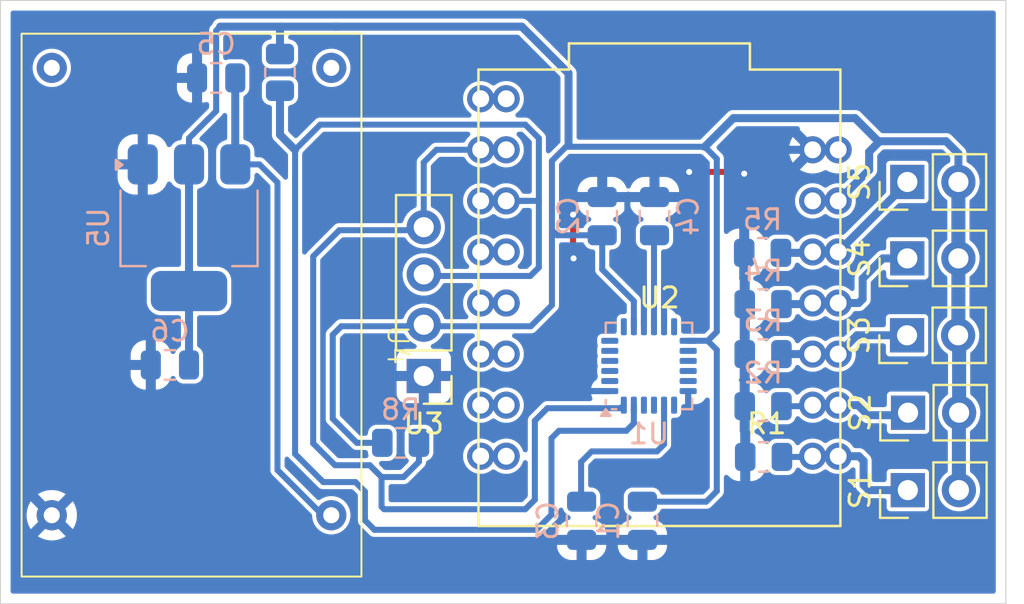
<source format=kicad_pcb>
(kicad_pcb (version 20241229) (generator "pcbnew") (generator_version "9.0")
  (layers (0 "F.Cu" signal) (2 "B.Cu" signal) (13 "F.Paste" user) (15 "B.Paste" user) (5 "F.SilkS" user "F.Silkscreen") (7 "B.SilkS" user "B.Silkscreen") (1 "F.Mask" user) (3 "B.Mask" user) (25 "Edge.Cuts" user))
  (net 0 "")
  (net 1 "GND")
  (net 2 "+3.3V")
  (net 3 "/A0")
  (net 4 "/A1")
  (net 5 "/A2")
  (net 6 "/A3")
  (net 11 "/A4")
  (net 12 "Net-(U1-CPOUT)")
  (net 19 "Net-(U1-REGOUT)")
  (net 25 "/SDA")
  (net 26 "/SCL")
  (net 34 "Net-(U4-+OUT)")
  (footprint "Connector_PinHeader_2.54mm:PinHeader_1x02_P2.54mm_Vertical" (layer "F.Cu") (at 83.625 28.075 90)
    (property "Reference" "S5" (at 0 -2.38 90) (layer "F.SilkS"))
    (property "Value" "SF 5")
    (fp_line (start -1.38 -1.38) (end 0 -1.38) (stroke (width 0.12)) (layer "F.SilkS"))
    (fp_line (start -1.38 0) (end -1.38 -1.38) (stroke (width 0.12)) (layer "F.SilkS"))
    (fp_line (start 1.38 1.27) (end 1.38 3.92) (stroke (width 0.12)) (layer "F.SilkS"))
    (fp_line (start -1.38 1.27) (end 1.38 1.27) (stroke (width 0.12)) (layer "F.SilkS"))
    (fp_line (start -1.38 1.27) (end -1.38 3.92) (stroke (width 0.12)) (layer "F.SilkS"))
    (fp_line (start -1.38 3.92) (end 1.38 3.92) (stroke (width 0.12)) (layer "F.SilkS"))
    (pad "1" thru_hole rect (at 0 0 90) (size 1.7 1.7) (drill 1) (layers "*.Cu" "*.Mask") (net 11 "/A4"))
    (pad "2" thru_hole circle (at 0 2.54 90) (size 1.7 1.7) (drill 1) (layers "*.Cu" "*.Mask") (net 2 "+3.3V"))
  )
  (footprint "Connector_PinHeader_2.54mm:PinHeader_1x02_P2.54mm_Vertical" (layer "F.Cu") (at 83.65 43.4 90)
    (property "Reference" "S1" (at 0 -2.38 90) (layer "F.SilkS"))
    (property "Value" "SF 1")
    (fp_line (start -1.38 -1.38) (end 0 -1.38) (stroke (width 0.12)) (layer "F.SilkS"))
    (fp_line (start -1.38 0) (end -1.38 -1.38) (stroke (width 0.12)) (layer "F.SilkS"))
    (fp_line (start 1.38 1.27) (end 1.38 3.92) (stroke (width 0.12)) (layer "F.SilkS"))
    (fp_line (start -1.38 1.27) (end 1.38 1.27) (stroke (width 0.12)) (layer "F.SilkS"))
    (fp_line (start -1.38 1.27) (end -1.38 3.92) (stroke (width 0.12)) (layer "F.SilkS"))
    (fp_line (start -1.38 3.92) (end 1.38 3.92) (stroke (width 0.12)) (layer "F.SilkS"))
    (pad "1" thru_hole rect (at 0 0 90) (size 1.7 1.7) (drill 1) (layers "*.Cu" "*.Mask") (net 3 "/A0"))
    (pad "2" thru_hole circle (at 0 2.54 90) (size 1.7 1.7) (drill 1) (layers "*.Cu" "*.Mask") (net 2 "+3.3V"))
  )
  (footprint "Connector_PinHeader_2.54mm:PinHeader_1x02_P2.54mm_Vertical" (layer "F.Cu") (at 83.625 31.875 90)
    (property "Reference" "S4" (at 0 -2.38 90) (layer "F.SilkS"))
    (property "Value" "SF 4")
    (fp_line (start -1.38 -1.38) (end 0 -1.38) (stroke (width 0.12)) (layer "F.SilkS"))
    (fp_line (start -1.38 0) (end -1.38 -1.38) (stroke (width 0.12)) (layer "F.SilkS"))
    (fp_line (start 1.38 1.27) (end 1.38 3.92) (stroke (width 0.12)) (layer "F.SilkS"))
    (fp_line (start -1.38 1.27) (end 1.38 1.27) (stroke (width 0.12)) (layer "F.SilkS"))
    (fp_line (start -1.38 1.27) (end -1.38 3.92) (stroke (width 0.12)) (layer "F.SilkS"))
    (fp_line (start -1.38 3.92) (end 1.38 3.92) (stroke (width 0.12)) (layer "F.SilkS"))
    (pad "1" thru_hole rect (at 0 0 90) (size 1.7 1.7) (drill 1) (layers "*.Cu" "*.Mask") (net 6 "/A3"))
    (pad "2" thru_hole circle (at 0 2.54 90) (size 1.7 1.7) (drill 1) (layers "*.Cu" "*.Mask") (net 2 "+3.3V"))
  )
  (footprint "Connector_PinHeader_2.54mm:PinHeader_1x02_P2.54mm_Vertical" (layer "F.Cu") (at 83.61 35.7 90)
    (property "Reference" "S3" (at 0 -2.38 90) (layer "F.SilkS"))
    (property "Value" "SF 3")
    (fp_line (start -1.38 -1.38) (end 0 -1.38) (stroke (width 0.12)) (layer "F.SilkS"))
    (fp_line (start -1.38 0) (end -1.38 -1.38) (stroke (width 0.12)) (layer "F.SilkS"))
    (fp_line (start 1.38 1.27) (end 1.38 3.92) (stroke (width 0.12)) (layer "F.SilkS"))
    (fp_line (start -1.38 1.27) (end 1.38 1.27) (stroke (width 0.12)) (layer "F.SilkS"))
    (fp_line (start -1.38 1.27) (end -1.38 3.92) (stroke (width 0.12)) (layer "F.SilkS"))
    (fp_line (start -1.38 3.92) (end 1.38 3.92) (stroke (width 0.12)) (layer "F.SilkS"))
    (pad "1" thru_hole rect (at 0 0 90) (size 1.7 1.7) (drill 1) (layers "*.Cu" "*.Mask") (net 5 "/A2"))
    (pad "2" thru_hole circle (at 0 2.54 90) (size 1.7 1.7) (drill 1) (layers "*.Cu" "*.Mask") (net 2 "+3.3V"))
  )
  (footprint "Connector_PinHeader_2.54mm:PinHeader_1x04_P2.54mm_Vertical" (layer "F.Cu") (at 59.575 37.725 180)
    (property "Reference" "U3" (at 0 -2.38 0) (layer "F.SilkS"))
    (property "Value" "DM-OLED096-636")
    (fp_line (start 1.38 1.27) (end 1.38 9) (stroke (width 0.12)) (layer "F.SilkS"))
    (fp_line (start -1.38 9) (end 1.38 9) (stroke (width 0.12)) (layer "F.SilkS"))
    (fp_line (start -1.38 1.27) (end 1.38 1.27) (stroke (width 0.12)) (layer "F.SilkS"))
    (fp_line (start -1.38 1.27) (end -1.38 9) (stroke (width 0.12)) (layer "F.SilkS"))
    (fp_line (start -1.38 0) (end -1.38 -1.38) (stroke (width 0.12)) (layer "F.SilkS"))
    (fp_line (start -1.38 -1.38) (end 0 -1.38) (stroke (width 0.12)) (layer "F.SilkS"))
    (pad "1" thru_hole rect (at 0 0 180) (size 1.7 1.7) (drill 1) (layers "*.Cu" "*.Mask") (net 1 "GND"))
    (pad "2" thru_hole circle (at 0 2.55 180) (size 1.7 1.7) (drill 1) (layers "*.Cu" "*.Mask") (net 2 "+3.3V"))
    (pad "3" thru_hole circle (at 0 5.05 180) (size 1.7 1.7) (drill 1) (layers "*.Cu" "*.Mask") (net 26 "/SCL"))
    (pad "4" thru_hole circle (at 0 7.4 180) (size 1.7 1.7) (drill 1) (layers "*.Cu" "*.Mask") (net 25 "/SDA"))
  )
  (footprint "Connector_PinHeader_2.54mm:PinHeader_1x02_P2.54mm_Vertical" (layer "F.Cu") (at 83.66 39.55 90)
    (property "Reference" "S2" (at 0 -2.38 90) (layer "F.SilkS"))
    (property "Value" "SF 2")
    (fp_line (start -1.38 -1.38) (end 0 -1.38) (stroke (width 0.12)) (layer "F.SilkS"))
    (fp_line (start -1.38 0) (end -1.38 -1.38) (stroke (width 0.12)) (layer "F.SilkS"))
    (fp_line (start 1.38 1.27) (end 1.38 3.92) (stroke (width 0.12)) (layer "F.SilkS"))
    (fp_line (start -1.38 1.27) (end 1.38 1.27) (stroke (width 0.12)) (layer "F.SilkS"))
    (fp_line (start -1.38 1.27) (end -1.38 3.92) (stroke (width 0.12)) (layer "F.SilkS"))
    (fp_line (start -1.38 3.92) (end 1.38 3.92) (stroke (width 0.12)) (layer "F.SilkS"))
    (pad "1" thru_hole rect (at 0 0 90) (size 1.7 1.7) (drill 1) (layers "*.Cu" "*.Mask") (net 4 "/A1"))
    (pad "2" thru_hole circle (at 0 2.54 90) (size 1.7 1.7) (drill 1) (layers "*.Cu" "*.Mask") (net 2 "+3.3V"))
  )
  (footprint "esp32-huella:MODULE_ESP32-C3_SUPERMINI_TH" (layer "F.Cu") (at 71.295 33.835)
    (property "Reference" "U2" (at 0 0 0) (layer "F.SilkS"))
    (property "Value" "ESP32-C3_SUPERMINI_TH")
    (fp_line (start -9 11.35) (end -9 -11.35) (stroke (width 0.127)) (layer "F.SilkS"))
    (fp_line (start -4.5 -12.65) (end -4.5 -11.35) (stroke (width 0.127)) (layer "F.SilkS"))
    (fp_line (start -4.5 -11.35) (end -9 -11.35) (stroke (width 0.127)) (layer "F.SilkS"))
    (fp_line (start 4.5 -12.65) (end -4.5 -12.65) (stroke (width 0.127)) (layer "F.SilkS"))
    (fp_line (start 4.5 -12.65) (end 4.5 -11.35) (stroke (width 0.127)) (layer "F.SilkS"))
    (fp_line (start 9 -11.35) (end 4.5 -11.35) (stroke (width 0.127)) (layer "F.SilkS"))
    (fp_line (start 9 11.35) (end -9 11.35) (stroke (width 0.127)) (layer "F.SilkS"))
    (fp_line (start 9 11.35) (end 9 -11.35) (stroke (width 0.127)) (layer "F.SilkS"))
    (pad "0" thru_hole circle (at 7.62 7.88) (size 1.348 1.348) (drill 0.84) (layers "*.Cu" "*.Mask") (net 3 "/A0"))
    (pad "0" thru_hole circle (at 8.89 7.88) (size 1.348 1.348) (drill 0.84) (layers "*.Cu" "*.Mask") (net 3 "/A0"))
    (pad "1" thru_hole circle (at 7.62 5.34) (size 1.348 1.348) (drill 0.84) (layers "*.Cu" "*.Mask") (net 4 "/A1"))
    (pad "1" thru_hole circle (at 8.89 5.34) (size 1.348 1.348) (drill 0.84) (layers "*.Cu" "*.Mask") (net 4 "/A1"))
    (pad "2" thru_hole circle (at 7.62 2.8) (size 1.348 1.348) (drill 0.84) (layers "*.Cu" "*.Mask") (net 5 "/A2"))
    (pad "2" thru_hole circle (at 8.89 2.8) (size 1.348 1.348) (drill 0.84) (layers "*.Cu" "*.Mask") (net 5 "/A2"))
    (pad "3" thru_hole circle (at 7.62 0.26) (size 1.348 1.348) (drill 0.84) (layers "*.Cu" "*.Mask") (net 6 "/A3"))
    (pad "3" thru_hole circle (at 8.89 0.26) (size 1.348 1.348) (drill 0.84) (layers "*.Cu" "*.Mask") (net 6 "/A3"))
    (pad "3.3" thru_hole circle (at 7.62 -4.82) (size 1.348 1.348) (drill 0.84) (layers "*.Cu" "*.Mask") (net 2 "+3.3V"))
    (pad "3.3" thru_hole circle (at 8.89 -4.82) (size 1.348 1.348) (drill 0.84) (layers "*.Cu" "*.Mask") (net 2 "+3.3V"))
    (pad "4" thru_hole circle (at 7.62 -2.28) (size 1.348 1.348) (drill 0.84) (layers "*.Cu" "*.Mask") (net 11 "/A4"))
    (pad "4" thru_hole circle (at 8.89 -2.28) (size 1.348 1.348) (drill 0.84) (layers "*.Cu" "*.Mask") (net 11 "/A4"))
    (pad "5" thru_hole circle (at -8.89 -9.9) (size 1.348 1.348) (drill 0.84) (layers "*.Cu" "*.Mask"))
    (pad "5" thru_hole circle (at -7.62 -9.9) (size 1.348 1.348) (drill 0.84) (layers "*.Cu" "*.Mask"))
    (pad "6" thru_hole circle (at -8.89 -7.36) (size 1.348 1.348) (drill 0.84) (layers "*.Cu" "*.Mask") (net 25 "/SDA"))
    (pad "6" thru_hole circle (at -7.62 -7.36) (size 1.348 1.348) (drill 0.84) (layers "*.Cu" "*.Mask") (net 25 "/SDA"))
    (pad "7" thru_hole circle (at -8.89 -4.82) (size 1.348 1.348) (drill 0.84) (layers "*.Cu" "*.Mask") (net 26 "/SCL"))
    (pad "7" thru_hole circle (at -7.62 -4.82) (size 1.348 1.348) (drill 0.84) (layers "*.Cu" "*.Mask") (net 26 "/SCL"))
    (pad "8" thru_hole circle (at -8.89 -2.28) (size 1.348 1.348) (drill 0.84) (layers "*.Cu" "*.Mask"))
    (pad "8" thru_hole circle (at -7.62 -2.28) (size 1.348 1.348) (drill 0.84) (layers "*.Cu" "*.Mask"))
    (pad "9" thru_hole circle (at -8.89 0.26) (size 1.348 1.348) (drill 0.84) (layers "*.Cu" "*.Mask"))
    (pad "9" thru_hole circle (at -7.62 0.26) (size 1.348 1.348) (drill 0.84) (layers "*.Cu" "*.Mask"))
    (pad "10" thru_hole circle (at -8.89 2.8) (size 1.348 1.348) (drill 0.84) (layers "*.Cu" "*.Mask"))
    (pad "10" thru_hole circle (at -7.62 2.8) (size 1.348 1.348) (drill 0.84) (layers "*.Cu" "*.Mask"))
    (pad "20" thru_hole circle (at -8.89 5.34) (size 1.348 1.348) (drill 0.84) (layers "*.Cu" "*.Mask"))
    (pad "20" thru_hole circle (at -7.62 5.34) (size 1.348 1.348) (drill 0.84) (layers "*.Cu" "*.Mask"))
    (pad "21" thru_hole circle (at -8.89 7.88) (size 1.348 1.348) (drill 0.84) (layers "*.Cu" "*.Mask"))
    (pad "21" thru_hole circle (at -7.62 7.88) (size 1.348 1.348) (drill 0.84) (layers "*.Cu" "*.Mask"))
    (pad "G" thru_hole circle (at 7.62 -7.36) (size 1.348 1.348) (drill 0.84) (layers "*.Cu" "*.Mask") (net 1 "GND"))
    (pad "G" thru_hole circle (at 8.89 -7.36) (size 1.348 1.348) (drill 0.84) (layers "*.Cu" "*.Mask") (net 1 "GND"))
  )
  (footprint "Footprint KiCad:TP4056_NEW" (layer "F.Cu") (at 57.125 19.8 -90)
    (property "Reference" "U4" (at 16.38 -1.1575 270) (layer "F.SilkS") (effects (font (thickness 0.1))))
    (property "Value" "~" (hide yes))
    (fp_rect (start 0.9 0.65) (end 27.9 17.55) (stroke (width 0.1)) (fill no) (layer "F.SilkS"))
    (pad "1" thru_hole circle (at 2.6 2.15 180) (size 1.5 1.5) (drill 0.8) (layers "*.Cu" "*.Mask"))
    (pad "2" thru_hole circle (at 2.6 16.05 180) (size 1.5 1.5) (drill 0.8) (layers "*.Cu" "*.Mask"))
    (pad "3" thru_hole circle (at 24.85 2.15 180) (size 1.5 1.5) (drill 0.8) (layers "*.Cu" "*.Mask") (net 34 "Net-(U4-+OUT)"))
    (pad "4" thru_hole circle (at 24.85 16.05 180) (size 1.5 1.5) (drill 0.8) (layers "*.Cu" "*.Mask") (net 1 "GND"))
  )
  (footprint "Resistor_SMD:R_0805_2012Metric" (layer "B.Cu") (at 76.475 41.75 180)
    (property "Reference" "R1" (at -0.1562 1.65 0) (layer "F.SilkS"))
    (property "Value" "10k")
    (fp_line (start -0.227064 0.735) (end 0.227064 0.735) (stroke (width 0.12)) (layer "B.SilkS"))
    (fp_line (start -0.227064 -0.735) (end 0.227064 -0.735) (stroke (width 0.12)) (layer "B.SilkS"))
    (pad "1" smd roundrect (at -0.9125 0 180) (size 1.025 1.4) (layers "B.Cu" "B.Mask" "B.Paste") (roundrect_rratio 0.243902) (net 3 "/A0"))
    (pad "2" smd roundrect (at 0.9125 0 180) (size 1.025 1.4) (layers "B.Cu" "B.Mask" "B.Paste") (roundrect_rratio 0.243902) (net 1 "GND"))
  )
  (footprint "Resistor_SMD:R_0805_2012Metric" (layer "B.Cu") (at 58.425 41.05 180)
    (property "Reference" "R8" (at 0 1.65 0) (layer "B.SilkS") (effects (justify mirror)))
    (property "Value" "4k7")
    (fp_line (start -0.227064 0.735) (end 0.227064 0.735) (stroke (width 0.12)) (layer "B.SilkS"))
    (fp_line (start -0.227064 -0.735) (end 0.227064 -0.735) (stroke (width 0.12)) (layer "B.SilkS"))
    (pad "1" smd roundrect (at -0.9125 0 180) (size 1.025 1.4) (layers "B.Cu" "B.Mask" "B.Paste") (roundrect_rratio 0.243902) (net 25 "/SDA"))
    (pad "2" smd roundrect (at 0.9125 0 180) (size 1.025 1.4) (layers "B.Cu" "B.Mask" "B.Paste") (roundrect_rratio 0.243902) (net 2 "+3.3V"))
  )
  (footprint "Resistor_SMD:R_0805_2012Metric" (layer "B.Cu") (at 76.45 34.15 180)
    (property "Reference" "R4" (at 0 1.65 0) (layer "B.SilkS") (effects (justify mirror)))
    (property "Value" "10k")
    (fp_line (start -0.227064 0.735) (end 0.227064 0.735) (stroke (width 0.12)) (layer "B.SilkS"))
    (fp_line (start -0.227064 -0.735) (end 0.227064 -0.735) (stroke (width 0.12)) (layer "B.SilkS"))
    (pad "1" smd roundrect (at -0.9125 0 180) (size 1.025 1.4) (layers "B.Cu" "B.Mask" "B.Paste") (roundrect_rratio 0.243902) (net 6 "/A3"))
    (pad "2" smd roundrect (at 0.9125 0 180) (size 1.025 1.4) (layers "B.Cu" "B.Mask" "B.Paste") (roundrect_rratio 0.243902) (net 1 "GND"))
  )
  (footprint "Capacitor_SMD:C_0805_2012Metric" (layer "B.Cu") (at 49.25 22.9 180)
    (property "Reference" "C5" (at 0 1.68 0) (layer "B.SilkS") (effects (justify mirror)))
    (property "Value" "100nF")
    (fp_line (start -0.261252 0.735) (end 0.261252 0.735) (stroke (width 0.12)) (layer "B.SilkS"))
    (fp_line (start -0.261252 -0.735) (end 0.261252 -0.735) (stroke (width 0.12)) (layer "B.SilkS"))
    (pad "1" smd roundrect (at -0.95 0 180) (size 1 1.45) (layers "B.Cu" "B.Mask" "B.Paste") (net 34 "Net-(U4-+OUT)"))
    (pad "2" smd roundrect (at 0.95 0 180) (size 1 1.45) (layers "B.Cu" "B.Mask" "B.Paste") (net 1 "GND"))
  )
  (footprint "Capacitor_SMD:C_0805_2012Metric" (layer "B.Cu") (at 70.45 44.925 -90)
    (property "Reference" "C1" (at 0 1.68 90) (layer "B.SilkS") (effects (justify mirror)))
    (property "Value" "100 nF")
    (fp_line (start -0.261252 0.735) (end 0.261252 0.735) (stroke (width 0.12)) (layer "B.SilkS"))
    (fp_line (start -0.261252 -0.735) (end 0.261252 -0.735) (stroke (width 0.12)) (layer "B.SilkS"))
    (pad "1" smd roundrect (at -0.95 0 270) (size 1 1.45) (layers "B.Cu" "B.Mask" "B.Paste") (net 2 "+3.3V"))
    (pad "2" smd roundrect (at 0.95 0 270) (size 1 1.45) (layers "B.Cu" "B.Mask" "B.Paste") (net 1 "GND"))
  )
  (footprint "Capacitor_SMD:C_0805_2012Metric" (layer "B.Cu") (at 67.425 44.925 -90)
    (property "Reference" "C3" (at 0 1.68 90) (layer "B.SilkS") (effects (justify mirror)))
    (property "Value" "2.2 nF")
    (fp_line (start -0.261252 0.735) (end 0.261252 0.735) (stroke (width 0.12)) (layer "B.SilkS"))
    (fp_line (start -0.261252 -0.735) (end 0.261252 -0.735) (stroke (width 0.12)) (layer "B.SilkS"))
    (pad "1" smd roundrect (at -0.95 0 270) (size 1 1.45) (layers "B.Cu" "B.Mask" "B.Paste") (net 12 "Net-(U1-CPOUT)"))
    (pad "2" smd roundrect (at 0.95 0 270) (size 1 1.45) (layers "B.Cu" "B.Mask" "B.Paste") (net 1 "GND"))
  )
  (footprint "Resistor_SMD:R_0805_2012Metric" (layer "B.Cu") (at 52.425 22.625 90)
    (property "Reference" "R9" (hide yes))
    (property "Value" "4k7")
    (fp_line (start -0.227064 -0.735) (end 0.227064 -0.735) (stroke (width 0.12)) (layer "B.SilkS"))
    (fp_line (start -0.227064 0.735) (end 0.227064 0.735) (stroke (width 0.12)) (layer "B.SilkS"))
    (pad "1" smd roundrect (at -0.9125 0 90) (size 1.025 1.4) (layers "B.Cu" "B.Mask" "B.Paste") (roundrect_rratio 0.243902) (net 26 "/SCL"))
    (pad "2" smd roundrect (at 0.9125 0 90) (size 1.025 1.4) (layers "B.Cu" "B.Mask" "B.Paste") (roundrect_rratio 0.243902) (net 2 "+3.3V"))
  )
  (footprint "Package_TO_SOT_SMD:SOT-223-3_TabPin2" (layer "B.Cu") (at 47.9 30.35 -90)
    (property "Reference" "U5" (at 0 4.5 90) (layer "B.SilkS") (effects (justify mirror)))
    (property "Value" "LD33A")
    (fp_line (start -1.85 3.41) (end 1.91 3.41) (stroke (width 0.12)) (layer "B.SilkS"))
    (fp_line (start 1.91 3.41) (end 1.91 2.15) (stroke (width 0.12)) (layer "B.SilkS"))
    (fp_line (start -1.85 -3.41) (end 1.91 -3.41) (stroke (width 0.12)) (layer "B.SilkS"))
    (fp_line (start 1.91 -3.41) (end 1.91 -2.15) (stroke (width 0.12)) (layer "B.SilkS"))
    (fp_poly (pts (xy -3.13 3.31) (xy -3.37 3.64) (xy -2.89 3.64) (xy -3.13 3.31)) (stroke (width 0.12)) (fill yes) (layer "B.SilkS"))
    (pad "1" smd roundrect (at -3.15 2.3 270) (size 2 1.5) (layers "B.Cu" "B.Mask" "B.Paste") (net 1 "GND"))
    (pad "2" smd roundrect (at -3.15 0 270) (size 2 1.5) (layers "B.Cu" "B.Mask" "B.Paste") (net 2 "+3.3V"))
    (pad "2" smd roundrect (at 3.15 0 270) (size 2 3.8) (layers "B.Cu" "B.Mask" "B.Paste") (net 2 "+3.3V"))
    (pad "3" smd roundrect (at -3.15 -2.3 270) (size 2 1.5) (layers "B.Cu" "B.Mask" "B.Paste") (net 34 "Net-(U4-+OUT)"))
  )
  (footprint "Capacitor_SMD:C_0805_2012Metric" (layer "B.Cu") (at 68.45 29.775 -90)
    (property "Reference" "C2" (at 0 1.68 90) (layer "B.SilkS") (effects (justify mirror)))
    (property "Value" "10 nF")
    (fp_line (start -0.261252 0.735) (end 0.261252 0.735) (stroke (width 0.12)) (layer "B.SilkS"))
    (fp_line (start -0.261252 -0.735) (end 0.261252 -0.735) (stroke (width 0.12)) (layer "B.SilkS"))
    (pad "1" smd roundrect (at -0.95 0 270) (size 1 1.45) (layers "B.Cu" "B.Mask" "B.Paste") (net 1 "GND"))
    (pad "2" smd roundrect (at 0.95 0 270) (size 1 1.45) (layers "B.Cu" "B.Mask" "B.Paste") (net 2 "+3.3V"))
  )
  (footprint "Sensor_Motion:InvenSense_QFN-24_4x4mm_P0.5mm" (layer "B.Cu") (at 70.775 37.225)
    (property "Reference" "U1" (at 0 3.375 0) (layer "B.SilkS") (effects (justify mirror)))
    (property "Value" "MPU-6050")
    (fp_line (start -2.15 -2.15) (end -2.15 -1.625) (stroke (width 0.12)) (layer "B.SilkS"))
    (fp_line (start -2.15 -2.15) (end -1.625 -2.15) (stroke (width 0.12)) (layer "B.SilkS"))
    (fp_line (start -2.15 1.685) (end -2.15 1.91) (stroke (width 0.12)) (layer "B.SilkS"))
    (fp_line (start -1.625 2.15) (end -1.85 2.15) (stroke (width 0.12)) (layer "B.SilkS"))
    (fp_line (start 2.15 -2.15) (end 1.625 -2.15) (stroke (width 0.12)) (layer "B.SilkS"))
    (fp_line (start 2.15 -2.15) (end 2.15 -1.625) (stroke (width 0.12)) (layer "B.SilkS"))
    (fp_line (start 2.15 2.15) (end 1.625 2.15) (stroke (width 0.12)) (layer "B.SilkS"))
    (fp_line (start 2.15 2.15) (end 2.15 1.625) (stroke (width 0.12)) (layer "B.SilkS"))
    (fp_poly (pts (xy -2.15 2.15) (xy -2.39 2.48) (xy -1.91 2.48) (xy -2.15 2.15)) (stroke (width 0.12)) (fill yes) (layer "B.SilkS"))
    (pad "1" smd roundrect (at -1.95 1.25) (size 0.85 0.3) (layers "B.Cu" "B.Mask" "B.Paste") (net 1 "GND"))
    (pad "2" smd roundrect (at -1.95 0.75) (size 0.85 0.3) (layers "B.Cu" "B.Mask" "B.Paste"))
    (pad "3" smd roundrect (at -1.95 0.25) (size 0.85 0.3) (layers "B.Cu" "B.Mask" "B.Paste"))
    (pad "4" smd roundrect (at -1.95 -0.25) (size 0.85 0.3) (layers "B.Cu" "B.Mask" "B.Paste"))
    (pad "5" smd roundrect (at -1.95 -0.75) (size 0.85 0.3) (layers "B.Cu" "B.Mask" "B.Paste"))
    (pad "6" smd roundrect (at -1.95 -1.25) (size 0.85 0.3) (layers "B.Cu" "B.Mask" "B.Paste"))
    (pad "7" smd roundrect (at -1.25 -1.95 270) (size 0.85 0.3) (layers "B.Cu" "B.Mask" "B.Paste"))
    (pad "8" smd roundrect (at -0.75 -1.95 270) (size 0.85 0.3) (layers "B.Cu" "B.Mask" "B.Paste") (net 2 "+3.3V"))
    (pad "9" smd roundrect (at -0.25 -1.95 270) (size 0.85 0.3) (layers "B.Cu" "B.Mask" "B.Paste") (net 1 "GND"))
    (pad "10" smd roundrect (at 0.25 -1.95 270) (size 0.85 0.3) (layers "B.Cu" "B.Mask" "B.Paste") (net 19 "Net-(U1-REGOUT)"))
    (pad "11" smd roundrect (at 0.75 -1.95 270) (size 0.85 0.3) (layers "B.Cu" "B.Mask" "B.Paste") (net 1 "GND"))
    (pad "12" smd roundrect (at 1.25 -1.95 270) (size 0.85 0.3) (layers "B.Cu" "B.Mask" "B.Paste"))
    (pad "13" smd roundrect (at 1.95 -1.25) (size 0.85 0.3) (layers "B.Cu" "B.Mask" "B.Paste") (net 2 "+3.3V"))
    (pad "14" smd roundrect (at 1.95 -0.75) (size 0.85 0.3) (layers "B.Cu" "B.Mask" "B.Paste"))
    (pad "15" smd roundrect (at 1.95 -0.25) (size 0.85 0.3) (layers "B.Cu" "B.Mask" "B.Paste"))
    (pad "16" smd roundrect (at 1.95 0.25) (size 0.85 0.3) (layers "B.Cu" "B.Mask" "B.Paste"))
    (pad "17" smd roundrect (at 1.95 0.75) (size 0.85 0.3) (layers "B.Cu" "B.Mask" "B.Paste"))
    (pad "18" smd roundrect (at 1.95 1.25) (size 0.85 0.3) (layers "B.Cu" "B.Mask" "B.Paste") (net 1 "GND"))
    (pad "19" smd roundrect (at 1.25 1.95 270) (size 0.85 0.3) (layers "B.Cu" "B.Mask" "B.Paste"))
    (pad "20" smd roundrect (at 0.75 1.95 270) (size 0.85 0.3) (layers "B.Cu" "B.Mask" "B.Paste") (net 12 "Net-(U1-CPOUT)"))
    (pad "21" smd roundrect (at 0.25 1.95 270) (size 0.85 0.3) (layers "B.Cu" "B.Mask" "B.Paste"))
    (pad "22" smd roundrect (at -0.25 1.95 270) (size 0.85 0.3) (layers "B.Cu" "B.Mask" "B.Paste"))
    (pad "23" smd roundrect (at -0.75 1.95 270) (size 0.85 0.3) (layers "B.Cu" "B.Mask" "B.Paste") (net 26 "/SCL"))
    (pad "24" smd roundrect (at -1.25 1.95 270) (size 0.85 0.3) (layers "B.Cu" "B.Mask" "B.Paste") (net 25 "/SDA"))
    (zone (net 0) (net_name "") (layer "B.Cu") (connect_pads (clearance 0)) (min_thickness 0.254)
      (keepout (tracks not_allowed) (vias not_allowed) (pads not_allowed) (copperpour not_allowed) (footprints allowed))
      (fill (thermal_gap 0.508) (thermal_bridge_width 0.508))
      (polygon (pts (xy 69.4 38.55) (xy 72.15 38.55) (xy 72.15 35.9) (xy 69.4 35.9)))
    )
  )
  (footprint "Capacitor_SMD:C_0805_2012Metric" (layer "B.Cu") (at 46.95 37.175 180)
    (property "Reference" "C6" (at 0 1.68 0) (layer "B.SilkS") (effects (justify mirror)))
    (property "Value" "10uF")
    (fp_line (start -0.261252 0.735) (end 0.261252 0.735) (stroke (width 0.12)) (layer "B.SilkS"))
    (fp_line (start -0.261252 -0.735) (end 0.261252 -0.735) (stroke (width 0.12)) (layer "B.SilkS"))
    (pad "1" smd roundrect (at -0.95 0 180) (size 1 1.45) (layers "B.Cu" "B.Mask" "B.Paste") (net 2 "+3.3V"))
    (pad "2" smd roundrect (at 0.95 0 180) (size 1 1.45) (layers "B.Cu" "B.Mask" "B.Paste") (net 1 "GND"))
  )
  (footprint "Capacitor_SMD:C_0805_2012Metric" (layer "B.Cu") (at 71.05 29.775 90)
    (property "Reference" "C4" (at 0 1.68 90) (layer "B.SilkS") (effects (justify mirror)))
    (property "Value" "100 nF")
    (fp_line (start -0.261252 -0.735) (end 0.261252 -0.735) (stroke (width 0.12)) (layer "B.SilkS"))
    (fp_line (start -0.261252 0.735) (end 0.261252 0.735) (stroke (width 0.12)) (layer "B.SilkS"))
    (pad "1" smd roundrect (at -0.95 0 90) (size 1 1.45) (layers "B.Cu" "B.Mask" "B.Paste") (net 19 "Net-(U1-REGOUT)"))
    (pad "2" smd roundrect (at 0.95 0 90) (size 1 1.45) (layers "B.Cu" "B.Mask" "B.Paste") (net 1 "GND"))
  )
  (footprint "Resistor_SMD:R_0805_2012Metric" (layer "B.Cu") (at 76.425 31.6 180)
    (property "Reference" "R5" (at 0 1.65 0) (layer "B.SilkS") (effects (justify mirror)))
    (property "Value" "10k")
    (fp_line (start -0.227064 0.735) (end 0.227064 0.735) (stroke (width 0.12)) (layer "B.SilkS"))
    (fp_line (start -0.227064 -0.735) (end 0.227064 -0.735) (stroke (width 0.12)) (layer "B.SilkS"))
    (pad "1" smd roundrect (at -0.9125 0 180) (size 1.025 1.4) (layers "B.Cu" "B.Mask" "B.Paste") (roundrect_rratio 0.243902) (net 11 "/A4"))
    (pad "2" smd roundrect (at 0.9125 0 180) (size 1.025 1.4) (layers "B.Cu" "B.Mask" "B.Paste") (roundrect_rratio 0.243902) (net 1 "GND"))
  )
  (footprint "Resistor_SMD:R_0805_2012Metric" (layer "B.Cu") (at 76.45 39.225 180)
    (property "Reference" "R2" (at 0 1.65 0) (layer "B.SilkS") (effects (justify mirror)))
    (property "Value" "10k")
    (fp_line (start -0.227064 0.735) (end 0.227064 0.735) (stroke (width 0.12)) (layer "B.SilkS"))
    (fp_line (start -0.227064 -0.735) (end 0.227064 -0.735) (stroke (width 0.12)) (layer "B.SilkS"))
    (pad "1" smd roundrect (at -0.9125 0 180) (size 1.025 1.4) (layers "B.Cu" "B.Mask" "B.Paste") (roundrect_rratio 0.243902) (net 4 "/A1"))
    (pad "2" smd roundrect (at 0.9125 0 180) (size 1.025 1.4) (layers "B.Cu" "B.Mask" "B.Paste") (roundrect_rratio 0.243902) (net 1 "GND"))
  )
  (footprint "Resistor_SMD:R_0805_2012Metric" (layer "B.Cu") (at 76.45 36.635 180)
    (property "Reference" "R3" (at 0 1.65 0) (layer "B.SilkS") (effects (justify mirror)))
    (property "Value" "10k")
    (fp_line (start -0.227064 0.735) (end 0.227064 0.735) (stroke (width 0.12)) (layer "B.SilkS"))
    (fp_line (start -0.227064 -0.735) (end 0.227064 -0.735) (stroke (width 0.12)) (layer "B.SilkS"))
    (pad "1" smd roundrect (at -0.9125 0 180) (size 1.025 1.4) (layers "B.Cu" "B.Mask" "B.Paste") (roundrect_rratio 0.243902) (net 5 "/A2"))
    (pad "2" smd roundrect (at 0.9125 0 180) (size 1.025 1.4) (layers "B.Cu" "B.Mask" "B.Paste") (roundrect_rratio 0.243902) (net 1 "GND"))
  )
  (gr_rect (start 38.525 19.05) (end 88.525 49.05) (stroke (width 0.05)) (fill no) (layer "Edge.Cuts"))
  (segment (start 72.775 27.575) (end 75.425 27.575) (width 0.3) (layer "F.Cu") (net 1))
  (segment (start 67 29.7) (end 67 31.85) (width 0.3) (layer "F.Cu") (net 1))
  (segment (start 67 31.85) (end 67.025 31.875) (width 0.3) (layer "F.Cu") (net 1))
  (segment (start 75.425 27.575) (end 75.5125 27.6625) (width 0.3) (layer "F.Cu") (net 1))
  (via (at 75.5125 27.6625) (size 0.6) (drill 0.3) (layers "F.Cu" "B.Cu") (net 1))
  (via (at 67 29.7) (size 0.6) (drill 0.3) (layers "F.Cu" "B.Cu") (net 1))
  (via (at 67.025 31.875) (size 0.6) (drill 0.3) (layers "F.Cu" "B.Cu") (net 1))
  (via (at 72.775 27.575) (size 0.6) (drill 0.3) (layers "F.Cu" "B.Cu") (net 1))
  (segment (start 75.5375 36.635) (end 75.5375 39.225) (width 0.4) (layer "B.Cu") (net 1))
  (segment (start 68.875 43.2) (end 69.65 42.425) (width 0.3) (layer "B.Cu") (net 1))
  (segment (start 45.6 23.625) (end 46.325 22.9) (width 0.4) (layer "B.Cu") (net 1))
  (segment (start 45.6 27.8) (end 45.475 27.925) (width 0.3) (layer "B.Cu") (net 1))
  (segment (start 46.325 22.9) (end 48.3 22.9) (width 0.4) (layer "B.Cu") (net 1))
  (segment (start 59.575 37.725) (end 59.65 37.8) (width 0.3) (layer "B.Cu") (net 1))
  (segment (start 67.325 38.475) (end 68.825 38.475) (width 0.3) (layer "B.Cu") (net 1))
  (segment (start 69.65 42.425) (end 72.225 42.425) (width 0.3) (layer "B.Cu") (net 1))
  (segment (start 68.875 45.65) (end 68.875 43.2) (width 0.3) (layer "B.Cu") (net 1))
  (segment (start 72.45 32.025) (end 71.525 32.95) (width 0.3) (layer "B.Cu") (net 1))
  (segment (start 69.7 28.775) (end 69.83 28.775) (width 0.3) (layer "B.Cu") (net 1))
  (segment (start 72.45 29.105) (end 72.45 32.025) (width 0.3) (layer "B.Cu") (net 1))
  (segment (start 75.5375 34.15) (end 75.5375 36.635) (width 0.4) (layer "B.Cu") (net 1))
  (segment (start 68.55 28.775) (end 69.65 28.775) (width 0.3) (layer "B.Cu") (net 1))
  (segment (start 75.5125 31.6) (end 75.5125 34.125) (width 0.4) (layer "B.Cu") (net 1))
  (segment (start 75.3 42.0125) (end 75.5625 41.75) (width 0.4) (layer "B.Cu") (net 1))
  (segment (start 59.65 37.8) (end 66.65 37.8) (width 0.3) (layer "B.Cu") (net 1))
  (segment (start 45.6 27.2) (end 45.6 27.8) (width 0.3) (layer "B.Cu") (net 1))
  (segment (start 72.725 41.925) (end 72.725 38.475) (width 0.3) (layer "B.Cu") (net 1))
  (segment (start 75.5375 39.225) (end 75.5375 41.725) (width 0.4) (layer "B.Cu") (net 1))
  (segment (start 75.5375 41.725) (end 75.5625 41.75) (width 0.4) (layer "B.Cu") (net 1))
  (segment (start 69.65 28.775) (end 69.7 28.775) (width 0.3) (layer "B.Cu") (net 1))
  (segment (start 75.5125 34.125) (end 75.5375 34.15) (width 0.4) (layer "B.Cu") (net 1))
  (segment (start 70.525 33) (end 69.7 32.175) (width 0.3) (layer "B.Cu") (net 1))
  (segment (start 71.525 32.95) (end 71.525 35.275) (width 0.3) (layer "B.Cu") (net 1))
  (segment (start 75.5125 27.6625) (end 76.7 26.475) (width 0.4) (layer "B.Cu") (net 1))
  (segment (start 76.7 26.475) (end 78.915 26.475) (width 0.4) (layer "B.Cu") (net 1))
  (segment (start 66.65 37.8) (end 67.325 38.475) (width 0.3) (layer "B.Cu") (net 1))
  (segment (start 70.525 35.275) (end 70.525 33) (width 0.3) (layer "B.Cu") (net 1))
  (segment (start 45.6 27.2) (end 45.6 23.625) (width 0.4) (layer "B.Cu") (net 1))
  (segment (start 72.12 28.775) (end 72.45 29.105) (width 0.3) (layer "B.Cu") (net 1))
  (segment (start 72.225 42.425) (end 72.725 41.925) (width 0.3) (layer "B.Cu") (net 1))
  (segment (start 67.425 45.875) (end 70.45 45.875) (width 0.4) (layer "B.Cu") (net 1))
  (segment (start 75.5125 31.6) (end 75.5125 27.6625) (width 0.4) (layer "B.Cu") (net 1))
  (segment (start 69.7 32.175) (end 69.7 28.775) (width 0.3) (layer "B.Cu") (net 1))
  (segment (start 69.83 28.775) (end 72.12 28.775) (width 0.3) (layer "B.Cu") (net 1))
  (segment (start 86.19 39.56) (end 86.2 39.55) (width 0.7) (layer "B.Cu") (net 2))
  (segment (start 74.15 26.925) (end 73.55 26.325) (width 0.3) (layer "B.Cu") (net 2))
  (segment (start 86.165 31.875) (end 86.165 35.7) (width 0.7) (layer "B.Cu") (net 2))
  (segment (start 74.15 43.45) (end 74.15 36.425) (width 0.3) (layer "B.Cu") (net 2))
  (segment (start 47.9 33.5) (end 47.9 37.175) (width 0.4) (layer "B.Cu") (net 2))
  (segment (start 52.425 21.7125) (end 52.425 20.4) (width 0.4) (layer "B.Cu") (net 2))
  (segment (start 55.475 35.25) (end 58.775 35.25) (width 0.3) (layer "B.Cu") (net 2))
  (segment (start 68.45 30.725) (end 66.2 30.725) (width 0.3) (layer "B.Cu") (net 2))
  (segment (start 66.65 26.325) (end 66.875 26.325) (width 0.3) (layer "B.Cu") (net 2))
  (segment (start 65.95 30.475) (end 65.95 27.025) (width 0.3) (layer "B.Cu") (net 2))
  (segment (start 74.15 35.523) (end 73.699 35.974) (width 0.3) (layer "B.Cu") (net 2))
  (segment (start 55.05 39.85) (end 56.25 41.05) (width 0.3) (layer "B.Cu") (net 2))
  (segment (start 52.475 20.35) (end 55.15 20.35) (width 0.4) (layer "B.Cu") (net 2))
  (segment (start 59.575 35.175) (end 59.65 35.25) (width 0.3) (layer "B.Cu") (net 2))
  (segment (start 74.15 36.425) (end 73.699 35.974) (width 0.3) (layer "B.Cu") (net 2))
  (segment (start 55.05 39.85) (end 55.05 35.675) (width 0.3) (layer "B.Cu") (net 2))
  (segment (start 66.775 22.675) (end 66.775 26.225) (width 0.4) (layer "B.Cu") (net 2))
  (segment (start 65.95 34.2) (end 65.95 30.475) (width 0.3) (layer "B.Cu") (net 2))
  (segment (start 86.165 26.665) (end 86.165 28.075) (width 0.4) (layer "B.Cu") (net 2))
  (segment (start 85.55 26.05) (end 86.165 26.665) (width 0.4) (layer "B.Cu") (net 2))
  (segment (start 55.05 35.675) (end 55.475 35.25) (width 0.3) (layer "B.Cu") (net 2))
  (segment (start 58.85 35.175) (end 59.575 35.175) (width 0.3) (layer "B.Cu") (net 2))
  (segment (start 73.625 43.975) (end 74.15 43.45) (width 0.3) (layer "B.Cu") (net 2))
  (segment (start 55.35 20.35) (end 64.45 20.35) (width 0.3) (layer "B.Cu") (net 2))
  (segment (start 86.2 35.735) (end 86.165 35.7) (width 0.7) (layer "B.Cu") (net 2))
  (segment (start 66.2 30.725) (end 65.95 30.475) (width 0.3) (layer "B.Cu") (net 2))
  (segment (start 49.25 24.55) (end 47.9 25.9) (width 0.3) (layer "B.Cu") (net 2))
  (segment (start 49.25 20.55) (end 49.25 24.55) (width 0.3) (layer "B.Cu") (net 2))
  (segment (start 49.45 20.35) (end 52.475 20.35) (width 0.4) (layer "B.Cu") (net 2))
  (segment (start 73.425 26.325) (end 73.55 26.325) (width 0.3) (layer "B.Cu") (net 2))
  (segment (start 47.9 25.9) (end 47.9 27.2) (width 0.3) (layer "B.Cu") (net 2))
  (segment (start 73.55 26.325) (end 74.975 24.9) (width 0.4) (layer "B.Cu") (net 2))
  (segment (start 80.185 29.015) (end 81.725 27.475) (width 0.4) (layer "B.Cu") (net 2))
  (segment (start 68.45 32.425) (end 70.025 34) (width 0.3) (layer "B.Cu") (net 2))
  (segment (start 82.2 26.1) (end 82.25 26.05) (width 0.4) (layer "B.Cu") (net 2))
  (segment (start 64.9 35.25) (end 65.95 34.2) (width 0.3) (layer "B.Cu") (net 2))
  (segment (start 58.775 35.25) (end 58.85 35.175) (width 0.3) (layer "B.Cu") (net 2))
  (segment (start 74.975 24.9) (end 81.025 24.9) (width 0.4) (layer "B.Cu") (net 2))
  (segment (start 52.425 21.7125) (end 52.45 21.7375) (width 0.4) (layer "B.Cu") (net 2))
  (segment (start 86.19 43.4) (end 86.19 39.56) (width 0.7) (layer "B.Cu") (net 2))
  (segment (start 74.15 26.925) (end 74.15 35.523) (width 0.3) (layer "B.Cu") (net 2))
  (segment (start 70.45 43.975) (end 73.625 43.975) (width 0.3) (layer "B.Cu") (net 2))
  (segment (start 65.95 27.025) (end 66.65 26.325) (width 0.3) (layer "B.Cu") (net 2))
  (segment (start 49.45 20.35) (end 49.25 20.55) (width 0.3) (layer "B.Cu") (net 2))
  (segment (start 64.45 20.35) (end 66.775 22.675) (width 0.4) (layer "B.Cu") (net 2))
  (segment (start 81.725 26.575) (end 82.2 26.1) (width 0.4) (layer "B.Cu") (net 2))
  (segment (start 68.45 30.725) (end 68.45 32.425) (width 0.3) (layer "B.Cu") (net 2))
  (segment (start 82.25 26.05) (end 85.55 26.05) (width 0.4) (layer "B.Cu") (net 2))
  (segment (start 82.2 26.075) (end 82.2 26.1) (width 0.4) (layer "B.Cu") (net 2))
  (segment (start 59.65 35.25) (end 64.9 35.25) (width 0.3) (layer "B.Cu") (net 2))
  (segment (start 47.9 27.2) (end 47.9 33.5) (width 0.4) (layer "B.Cu") (net 2))
  (segment (start 52.425 20.4) (end 52.475 20.35) (width 0.4) (layer "B.Cu") (net 2))
  (segment (start 86.2 39.55) (end 86.2 35.735) (width 0.7) (layer "B.Cu") (net 2))
  (segment (start 86.165 28.075) (end 86.165 31.875) (width 0.7) (layer "B.Cu") (net 2))
  (segment (start 56.25 41.05) (end 57.5125 41.05) (width 0.3) (layer "B.Cu") (net 2))
  (segment (start 55.15 20.35) (end 64.45 20.35) (width 0.4) (layer "B.Cu") (net 2))
  (segment (start 66.875 26.325) (end 73.425 26.325) (width 0.3) (layer "B.Cu") (net 2))
  (segment (start 70.025 34) (end 70.025 35.275) (width 0.3) (layer "B.Cu") (net 2))
  (segment (start 55.15 20.35) (end 55.35 20.35) (width 0.4) (layer "B.Cu") (net 2))
  (segment (start 81.025 24.9) (end 82.2 26.075) (width 0.4) (layer "B.Cu") (net 2))
  (segment (start 66.775 22.675) (end 66.775 26.125) (width 0.3) (layer "B.Cu") (net 2))
  (segment (start 81.725 27.475) (end 81.725 26.575) (width 0.4) (layer "B.Cu") (net 2))
  (segment (start 73.699 35.974) (end 72.725 35.974) (width 0.3) (layer "B.Cu") (net 2))
  (segment (start 83.65 43.4) (end 81.7 43.4) (width 0.4) (layer "B.Cu") (net 3))
  (segment (start 78.88 41.75) (end 78.915 41.715) (width 0.3) (layer "B.Cu") (net 3))
  (segment (start 81.215 41.715) (end 81.45 41.95) (width 0.4) (layer "B.Cu") (net 3))
  (segment (start 81.45 41.95) (end 81.45 43.15) (width 0.4) (layer "B.Cu") (net 3))
  (segment (start 81.45 43.15) (end 81.7 43.4) (width 0.4) (layer "B.Cu") (net 3))
  (segment (start 77.3875 41.75) (end 78.88 41.75) (width 0.3) (layer "B.Cu") (net 3))
  (segment (start 80.185 41.715) (end 81.215 41.715) (width 0.4) (layer "B.Cu") (net 3))
  (segment (start 77.3625 39.225) (end 78.865 39.225) (width 0.3) (layer "B.Cu") (net 4))
  (segment (start 78.865 39.225) (end 78.915 39.175) (width 0.3) (layer "B.Cu") (net 4))
  (segment (start 81.175 39.175) (end 81.675 39.675) (width 0.4) (layer "B.Cu") (net 4))
  (segment (start 83.66 39.55) (end 83.535 39.675) (width 0.4) (layer "B.Cu") (net 4))
  (segment (start 80.185 39.175) (end 81.175 39.175) (width 0.4) (layer "B.Cu") (net 4))
  (segment (start 83.535 39.675) (end 81.675 39.675) (width 0.4) (layer "B.Cu") (net 4))
  (segment (start 81.12 35.7) (end 83.61 35.7) (width 0.4) (layer "B.Cu") (net 5))
  (segment (start 80.185 36.635) (end 81.12 35.7) (width 0.4) (layer "B.Cu") (net 5))
  (segment (start 77.3625 36.635) (end 78.915 36.635) (width 0.4) (layer "B.Cu") (net 5))
  (segment (start 78.86 34.15) (end 78.915 34.095) (width 0.4) (layer "B.Cu") (net 6))
  (segment (start 82.405 31.875) (end 83.625 31.875) (width 0.4) (layer "B.Cu") (net 6))
  (segment (start 80.185 34.095) (end 81.205 34.095) (width 0.4) (layer "B.Cu") (net 6))
  (segment (start 77.3625 34.15) (end 78.86 34.15) (width 0.4) (layer "B.Cu") (net 6))
  (segment (start 81.205 34.095) (end 81.4025 33.8975) (width 0.4) (layer "B.Cu") (net 6))
  (segment (start 81.4025 33.8975) (end 81.4025 32.8775) (width 0.4) (layer "B.Cu") (net 6))
  (segment (start 81.4025 32.8775) (end 82.405 31.875) (width 0.4) (layer "B.Cu") (net 6))
  (segment (start 78.87 31.6) (end 78.915 31.555) (width 0.4) (layer "B.Cu") (net 11))
  (segment (start 83.625 28.115) (end 83.625 28.075) (width 0.4) (layer "B.Cu") (net 11))
  (segment (start 77.3375 31.6) (end 78.87 31.6) (width 0.4) (layer "B.Cu") (net 11))
  (segment (start 80.185 31.555) (end 83.625 28.115) (width 0.4) (layer "B.Cu") (net 11))
  (segment (start 67.4 43.95) (end 67.425 43.975) (width 0.3) (layer "B.Cu") (net 12))
  (segment (start 71.175 41.475) (end 67.925 41.475) (width 0.3) (layer "B.Cu") (net 12))
  (segment (start 67.925 41.475) (end 67.4 42) (width 0.3) (layer "B.Cu") (net 12))
  (segment (start 67.4 42) (end 67.4 43.95) (width 0.3) (layer "B.Cu") (net 12))
  (segment (start 71.525 41.125) (end 71.175 41.475) (width 0.3) (layer "B.Cu") (net 12))
  (segment (start 71.525 39.175) (end 71.525 41.125) (width 0.3) (layer "B.Cu") (net 12))
  (segment (start 71.025 30.75) (end 71.05 30.725) (width 0.3) (layer "B.Cu") (net 19))
  (segment (start 71.025 35.275) (end 71.025 30.75) (width 0.3) (layer "B.Cu") (net 19))
  (segment (start 64.625 44.35) (end 65.1 43.875) (width 0.3) (layer "B.Cu") (net 25))
  (segment (start 69.375001 39.324999) (end 69.525 39.175) (width 0.3) (layer "B.Cu") (net 25))
  (segment (start 59.3375 41.05) (end 59.3375 41.9875) (width 0.3) (layer "B.Cu") (net 25))
  (segment (start 59.3375 41.9875) (end 58.575 42.75) (width 0.3) (layer "B.Cu") (net 25))
  (segment (start 59.425 30.475) (end 55.375 30.475) (width 0.3) (layer "B.Cu") (net 25))
  (segment (start 54.075 41.075) (end 55.1625 42.1625) (width 0.3) (layer "B.Cu") (net 25))
  (segment (start 57.475 42.75) (end 57.475 44.225) (width 0.3) (layer "B.Cu") (net 25))
  (segment (start 57.475 44.225) (end 57.6 44.35) (width 0.3) (layer "B.Cu") (net 25))
  (segment (start 55.375 30.475) (end 54.075 31.775) (width 0.3) (layer "B.Cu") (net 25))
  (segment (start 57.6 44.35) (end 64.625 44.35) (width 0.3) (layer "B.Cu") (net 25))
  (segment (start 65.1 43.875) (end 65.1 39.95) (width 0.3) (layer "B.Cu") (net 25))
  (segment (start 56.8875 42.1625) (end 57.475 42.75) (width 0.3) (layer "B.Cu") (net 25))
  (segment (start 60.2 26.475) (end 62.405 26.475) (width 0.3) (layer "B.Cu") (net 25))
  (segment (start 59.575 30.325) (end 59.425 30.475) (width 0.3) (layer "B.Cu") (net 25))
  (segment (start 55.1625 42.1625) (end 56.8875 42.1625) (width 0.3) (layer "B.Cu") (net 25))
  (segment (start 59.575 30.325) (end 59.575 27.1) (width 0.3) (layer "B.Cu") (net 25))
  (segment (start 54.075 31.775) (end 54.075 41.075) (width 0.3) (layer "B.Cu") (net 25))
  (segment (start 65.1 39.95) (end 65.725001 39.324999) (width 0.3) (layer "B.Cu") (net 25))
  (segment (start 58.575 42.75) (end 57.475 42.75) (width 0.3) (layer "B.Cu") (net 25))
  (segment (start 65.725001 39.324999) (end 69.375001 39.324999) (width 0.3) (layer "B.Cu") (net 25))
  (segment (start 59.575 27.1) (end 60.2 26.475) (width 0.3) (layer "B.Cu") (net 25))
  (segment (start 64.765 29.015) (end 63.675 29.015) (width 0.3) (layer "B.Cu") (net 26))
  (segment (start 65.3 25.9) (end 65.3 29) (width 0.3) (layer "B.Cu") (net 26))
  (segment (start 69.65 40.45) (end 70.025 40.075) (width 0.3) (layer "B.Cu") (net 26))
  (segment (start 63.675 29.015) (end 65.285 29.015) (width 0.3) (layer "B.Cu") (net 26))
  (segment (start 52.425 23.5375) (end 52.425 25.725) (width 0.4) (layer "B.Cu") (net 26))
  (segment (start 57.125 45.375) (end 65.175 45.375) (width 0.3) (layer "B.Cu") (net 26))
  (segment (start 56.65 44.9) (end 57.125 45.375) (width 0.3) (layer "B.Cu") (net 26))
  (segment (start 56.65 43.475) (end 56.65 44.9) (width 0.3) (layer "B.Cu") (net 26))
  (segment (start 65.175 45.375) (end 65.925 44.625) (width 0.3) (layer "B.Cu") (net 26))
  (segment (start 65.285 29.015) (end 65.3 29) (width 0.3) (layer "B.Cu") (net 26))
  (segment (start 53.175 26.475) (end 53.175 41.6) (width 0.3) (layer "B.Cu") (net 26))
  (segment (start 64.625 25.225) (end 65.3 25.9) (width 0.3) (layer "B.Cu") (net 26))
  (segment (start 56.175 43) (end 56.65 43.475) (width 0.3) (layer "B.Cu") (net 26))
  (segment (start 66.3 40.45) (end 69.65 40.45) (width 0.3) (layer "B.Cu") (net 26))
  (segment (start 59.65 32.75) (end 64.875 32.75) (width 0.3) (layer "B.Cu") (net 26))
  (segment (start 53.175 26.475) (end 54.425 25.225) (width 0.3) (layer "B.Cu") (net 26))
  (segment (start 54.575 43) (end 56.175 43) (width 0.3) (layer "B.Cu") (net 26))
  (segment (start 65.925 44.625) (end 65.925 40.825) (width 0.3) (layer "B.Cu") (net 26))
  (segment (start 65.3 32.325) (end 65.3 29) (width 0.3) (layer "B.Cu") (net 26))
  (segment (start 65.925 40.825) (end 66.3 40.45) (width 0.3) (layer "B.Cu") (net 26))
  (segment (start 59.575 32.675) (end 59.65 32.75) (width 0.3) (layer "B.Cu") (net 26))
  (segment (start 52.425 25.725) (end 53.175 26.475) (width 0.4) (layer "B.Cu") (net 26))
  (segment (start 53.175 41.6) (end 54.575 43) (width 0.3) (layer "B.Cu") (net 26))
  (segment (start 54.425 25.225) (end 64.625 25.225) (width 0.3) (layer "B.Cu") (net 26))
  (segment (start 64.875 32.75) (end 65.3 32.325) (width 0.3) (layer "B.Cu") (net 26))
  (segment (start 70.025 40.075) (end 70.025 39.175) (width 0.3) (layer "B.Cu") (net 26))
  (segment (start 52.3 28.1) (end 51.4 27.2) (width 0.3) (layer "B.Cu") (net 34))
  (segment (start 51.4 27.2) (end 50.2 27.2) (width 0.3) (layer "B.Cu") (net 34))
  (segment (start 50.2 27.2) (end 50.2 22.9) (width 0.4) (layer "B.Cu") (net 34))
  (segment (start 54.55 44.65) (end 52.3 42.4) (width 0.3) (layer "B.Cu") (net 34))
  (segment (start 52.3 42.4) (end 52.3 28.1) (width 0.3) (layer "B.Cu") (net 34))
  (zone (net 1) (net_name "GND") (layer "B.Cu") (connect_pads (clearance 0)) (min_thickness 0.25) (fill yes (thermal_gap 0.5) (thermal_bridge_width 0.5) (island_removal_mode 2) (island_area_min 15))
    (polygon (pts (xy 38.525 19.05) (xy 38.525 49.05) (xy 88.525 49.05) (xy 88.525 19.05)))
  )
)
</source>
